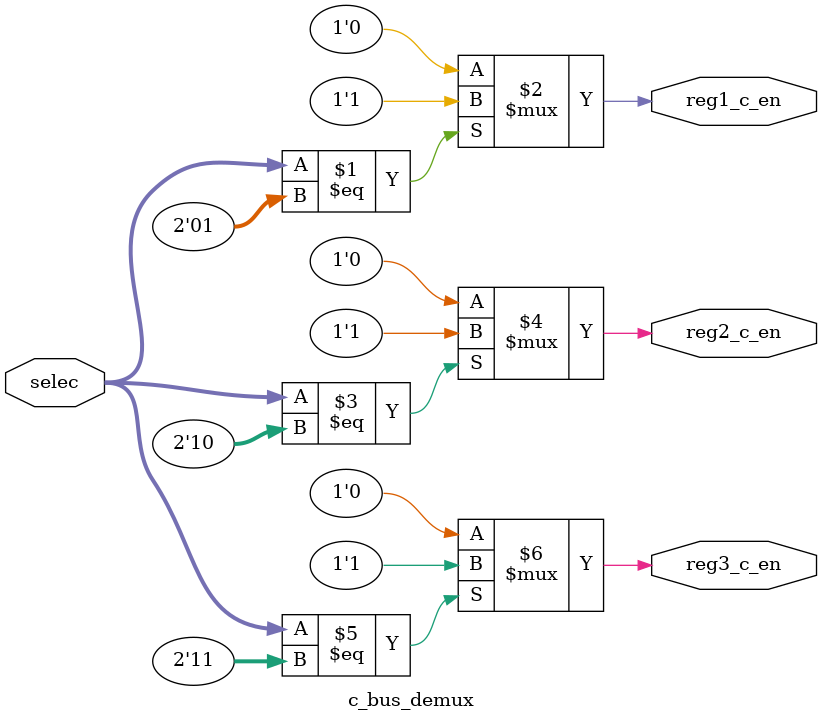
<source format=v>
module  c_bus_demux(selec,reg1_c_en,reg2_c_en,reg3_c_en);
	input [1:0] selec;
	output reg1_c_en,reg2_c_en,reg3_c_en;
	
	assign reg1_c_en=(selec==2'b01) ? 1'b1: 1'b0;
	assign reg2_c_en=(selec==2'b10) ? 1'b1: 1'b0;
	assign reg3_c_en=(selec==2'b11) ? 1'b1: 1'b0;
	
	
endmodule 
</source>
